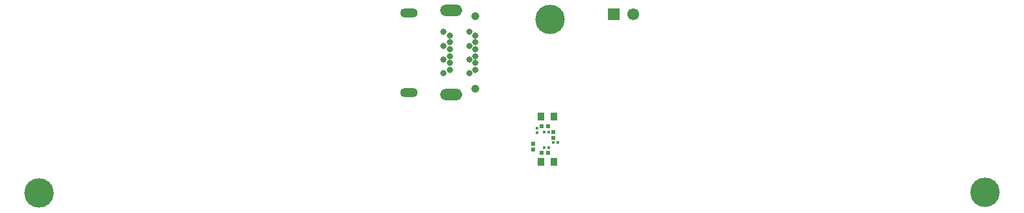
<source format=gbs>
%FSLAX44Y44*%
%MOMM*%
G71*
G01*
G75*
G04 Layer_Color=16711935*
%ADD10R,1.8000X1.1500*%
%ADD11R,3.6000X1.2000*%
%ADD12R,0.9000X0.8000*%
G04:AMPARAMS|DCode=13|XSize=0.9mm|YSize=0.8mm|CornerRadius=0mm|HoleSize=0mm|Usage=FLASHONLY|Rotation=225.000|XOffset=0mm|YOffset=0mm|HoleType=Round|Shape=Rectangle|*
%AMROTATEDRECTD13*
4,1,4,0.0354,0.6010,0.6010,0.0354,-0.0354,-0.6010,-0.6010,-0.0354,0.0354,0.6010,0.0*
%
%ADD13ROTATEDRECTD13*%

%ADD14O,0.8500X0.2500*%
%ADD15O,0.2500X0.8500*%
%ADD16R,5.1500X5.1500*%
%ADD17R,0.6200X0.6200*%
%ADD18R,0.6200X0.6200*%
%ADD19C,0.1714*%
G04:AMPARAMS|DCode=20|XSize=0.65mm|YSize=0.55mm|CornerRadius=0mm|HoleSize=0mm|Usage=FLASHONLY|Rotation=45.000|XOffset=0mm|YOffset=0mm|HoleType=Round|Shape=Rectangle|*
%AMROTATEDRECTD20*
4,1,4,-0.0354,-0.4243,-0.4243,-0.0354,0.0354,0.4243,0.4243,0.0354,-0.0354,-0.4243,0.0*
%
%ADD20ROTATEDRECTD20*%

G04:AMPARAMS|DCode=21|XSize=0.65mm|YSize=0.55mm|CornerRadius=0mm|HoleSize=0mm|Usage=FLASHONLY|Rotation=315.000|XOffset=0mm|YOffset=0mm|HoleType=Round|Shape=Rectangle|*
%AMROTATEDRECTD21*
4,1,4,-0.4243,0.0354,-0.0354,0.4243,0.4243,-0.0354,0.0354,-0.4243,-0.4243,0.0354,0.0*
%
%ADD21ROTATEDRECTD21*%

%ADD22C,1.5000*%
%ADD23R,0.6500X0.5500*%
%ADD24R,0.4600X0.4200*%
%ADD25R,0.4500X0.6500*%
%ADD26R,0.4500X0.7000*%
%ADD27R,0.6500X0.4500*%
%ADD28R,0.7000X0.4500*%
%ADD29R,0.4500X0.4500*%
%ADD30R,0.5500X0.6500*%
%ADD31R,0.3300X0.5500*%
%ADD32R,0.5500X0.3300*%
%ADD33R,0.1800X0.4700*%
%ADD34R,0.8000X0.3500*%
%ADD35R,0.3000X1.0000*%
%ADD36R,0.6000X1.0000*%
%ADD37R,0.6500X0.7500*%
G04:AMPARAMS|DCode=38|XSize=0.42mm|YSize=0.46mm|CornerRadius=0mm|HoleSize=0mm|Usage=FLASHONLY|Rotation=135.000|XOffset=0mm|YOffset=0mm|HoleType=Round|Shape=Rectangle|*
%AMROTATEDRECTD38*
4,1,4,0.3111,0.0141,-0.0141,-0.3111,-0.3111,-0.0141,0.0141,0.3111,0.3111,0.0141,0.0*
%
%ADD38ROTATEDRECTD38*%

%ADD39R,0.4200X0.4600*%
%ADD40P,0.6364X4X270.0*%
%ADD41R,0.4500X0.4500*%
%ADD42P,0.8768X4X270.0*%
%ADD43P,0.8768X4X360.0*%
%ADD44P,0.6364X4X180.0*%
%ADD45R,1.2700X2.2000*%
%ADD46R,1.0000X0.9500*%
%ADD47R,0.8000X0.3000*%
%ADD48R,1.9000X1.1000*%
%ADD49R,0.3000X1.6000*%
%ADD50R,3.7000X2.4000*%
%ADD51R,1.1500X1.4500*%
%ADD52R,0.9000X1.0000*%
G04:AMPARAMS|DCode=53|XSize=1mm|YSize=0.9mm|CornerRadius=0mm|HoleSize=0mm|Usage=FLASHONLY|Rotation=45.000|XOffset=0mm|YOffset=0mm|HoleType=Round|Shape=Rectangle|*
%AMROTATEDRECTD53*
4,1,4,-0.0354,-0.6717,-0.6717,-0.0354,0.0354,0.6717,0.6717,0.0354,-0.0354,-0.6717,0.0*
%
%ADD53ROTATEDRECTD53*%

G04:AMPARAMS|DCode=54|XSize=2.2mm|YSize=1.27mm|CornerRadius=0mm|HoleSize=0mm|Usage=FLASHONLY|Rotation=135.000|XOffset=0mm|YOffset=0mm|HoleType=Round|Shape=Rectangle|*
%AMROTATEDRECTD54*
4,1,4,1.2268,-0.3288,0.3288,-1.2268,-1.2268,0.3288,-0.3288,1.2268,1.2268,-0.3288,0.0*
%
%ADD54ROTATEDRECTD54*%

G04:AMPARAMS|DCode=55|XSize=1mm|YSize=0.9mm|CornerRadius=0mm|HoleSize=0mm|Usage=FLASHONLY|Rotation=135.000|XOffset=0mm|YOffset=0mm|HoleType=Round|Shape=Rectangle|*
%AMROTATEDRECTD55*
4,1,4,0.6717,-0.0354,0.0354,-0.6717,-0.6717,0.0354,-0.0354,0.6717,0.6717,-0.0354,0.0*
%
%ADD55ROTATEDRECTD55*%

G04:AMPARAMS|DCode=56|XSize=0.25mm|YSize=0.8mm|CornerRadius=0mm|HoleSize=0mm|Usage=FLASHONLY|Rotation=315.000|XOffset=0mm|YOffset=0mm|HoleType=Round|Shape=Round|*
%AMOVALD56*
21,1,0.5500,0.2500,0.0000,0.0000,45.0*
1,1,0.2500,-0.1945,-0.1945*
1,1,0.2500,0.1945,0.1945*
%
%ADD56OVALD56*%

G04:AMPARAMS|DCode=57|XSize=0.25mm|YSize=0.8mm|CornerRadius=0mm|HoleSize=0mm|Usage=FLASHONLY|Rotation=225.000|XOffset=0mm|YOffset=0mm|HoleType=Round|Shape=Round|*
%AMOVALD57*
21,1,0.5500,0.2500,0.0000,0.0000,315.0*
1,1,0.2500,-0.1945,0.1945*
1,1,0.2500,0.1945,-0.1945*
%
%ADD57OVALD57*%

%ADD58P,3.4648X4X270.0*%
%ADD59R,1.0000X0.9000*%
%ADD60R,0.2500X0.7000*%
%ADD61R,1.5500X0.8500*%
%ADD62R,0.2000X0.7500*%
%ADD63R,0.9600X0.8900*%
%ADD64R,1.0500X0.6500*%
%ADD65R,1.4500X1.1500*%
%ADD66R,0.7500X0.6500*%
%ADD67C,0.5000*%
%ADD68C,0.2000*%
%ADD69C,0.1270*%
%ADD70C,0.1000*%
%ADD71C,0.3000*%
%ADD72C,0.4000*%
%ADD73C,0.0762*%
%ADD74C,1.2000*%
%ADD75C,1.0000*%
%ADD76C,0.7500*%
%ADD77C,0.2500*%
%ADD78C,0.1250*%
%ADD79C,0.1524*%
%ADD80C,0.1800*%
%ADD81C,0.1500*%
%ADD82C,0.1520*%
%ADD83C,0.1750*%
%ADD84R,1.6000X0.8000*%
%ADD85R,1.3250X1.0500*%
%ADD86R,0.7976X0.7976*%
%ADD87R,0.8000X0.3000*%
%ADD88C,3.8000*%
%ADD89O,2.2500X1.2000*%
%ADD90O,2.8500X1.4500*%
%ADD91C,0.7500*%
%ADD92C,1.0000*%
%ADD93R,1.5000X1.5000*%
%ADD94C,0.3000*%
%ADD95C,0.2500*%
%ADD96C,0.6000*%
%ADD97O,2.0400X1.0000*%
%ADD98O,2.6500X1.2000*%
%ADD99C,0.8500*%
%ADD100C,1.3000*%
%ADD101C,1.2000*%
%ADD102C,0.4500*%
%ADD103C,0.4000*%
%ADD104R,0.8900X0.9600*%
%ADD105R,0.3600X0.3200*%
%ADD106R,0.3200X0.3600*%
%ADD107R,0.5200X0.5200*%
%ADD108R,0.5200X0.5200*%
%ADD109R,0.6250X0.6000*%
%ADD110R,1.8508X1.2008*%
%ADD111R,3.6508X1.2508*%
%ADD112R,0.9508X0.8508*%
G04:AMPARAMS|DCode=113|XSize=0.9508mm|YSize=0.8508mm|CornerRadius=0mm|HoleSize=0mm|Usage=FLASHONLY|Rotation=225.000|XOffset=0mm|YOffset=0mm|HoleType=Round|Shape=Rectangle|*
%AMROTATEDRECTD113*
4,1,4,0.0354,0.6370,0.6370,0.0354,-0.0354,-0.6370,-0.6370,-0.0354,0.0354,0.6370,0.0*
%
%ADD113ROTATEDRECTD113*%

%ADD114O,0.9008X0.3008*%
%ADD115O,0.3008X0.9008*%
%ADD116R,5.2008X5.2008*%
%ADD117R,0.6708X0.6708*%
%ADD118R,0.6708X0.6708*%
%ADD119C,0.2222*%
G04:AMPARAMS|DCode=120|XSize=0.7008mm|YSize=0.6008mm|CornerRadius=0mm|HoleSize=0mm|Usage=FLASHONLY|Rotation=45.000|XOffset=0mm|YOffset=0mm|HoleType=Round|Shape=Rectangle|*
%AMROTATEDRECTD120*
4,1,4,-0.0354,-0.4602,-0.4602,-0.0354,0.0354,0.4602,0.4602,0.0354,-0.0354,-0.4602,0.0*
%
%ADD120ROTATEDRECTD120*%

G04:AMPARAMS|DCode=121|XSize=0.7008mm|YSize=0.6008mm|CornerRadius=0mm|HoleSize=0mm|Usage=FLASHONLY|Rotation=315.000|XOffset=0mm|YOffset=0mm|HoleType=Round|Shape=Rectangle|*
%AMROTATEDRECTD121*
4,1,4,-0.4602,0.0354,-0.0354,0.4602,0.4602,-0.0354,0.0354,-0.4602,-0.4602,0.0354,0.0*
%
%ADD121ROTATEDRECTD121*%

%ADD122C,1.5508*%
%ADD123R,0.7008X0.6008*%
%ADD124R,0.5108X0.4708*%
%ADD125R,0.5008X0.7008*%
%ADD126R,0.5008X0.7508*%
%ADD127R,0.7008X0.5008*%
%ADD128R,0.7508X0.5008*%
%ADD129R,0.5008X0.5008*%
%ADD130R,0.6008X0.7008*%
%ADD131R,0.3808X0.6008*%
%ADD132R,0.6008X0.3808*%
%ADD133R,0.2308X0.5208*%
%ADD134R,0.8508X0.4008*%
%ADD135R,0.3508X1.0508*%
%ADD136R,0.6508X1.0508*%
%ADD137R,0.7008X0.8008*%
G04:AMPARAMS|DCode=138|XSize=0.4708mm|YSize=0.5108mm|CornerRadius=0mm|HoleSize=0mm|Usage=FLASHONLY|Rotation=135.000|XOffset=0mm|YOffset=0mm|HoleType=Round|Shape=Rectangle|*
%AMROTATEDRECTD138*
4,1,4,0.3471,0.0141,-0.0141,-0.3471,-0.3471,-0.0141,0.0141,0.3471,0.3471,0.0141,0.0*
%
%ADD138ROTATEDRECTD138*%

%ADD139R,0.4708X0.5108*%
%ADD140P,0.7082X4X270.0*%
%ADD141R,0.5008X0.5008*%
%ADD142P,0.9486X4X270.0*%
%ADD143P,0.9486X4X360.0*%
%ADD144P,0.7082X4X180.0*%
%ADD145R,1.3208X2.2508*%
%ADD146R,1.0508X1.0008*%
%ADD147R,0.8508X0.3508*%
%ADD148R,1.9508X1.1508*%
%ADD149R,0.3508X1.6508*%
%ADD150R,3.7508X2.4508*%
%ADD151R,1.2008X1.5008*%
%ADD152R,0.9508X1.0508*%
G04:AMPARAMS|DCode=153|XSize=1.0508mm|YSize=0.9508mm|CornerRadius=0mm|HoleSize=0mm|Usage=FLASHONLY|Rotation=45.000|XOffset=0mm|YOffset=0mm|HoleType=Round|Shape=Rectangle|*
%AMROTATEDRECTD153*
4,1,4,-0.0354,-0.7077,-0.7077,-0.0354,0.0354,0.7077,0.7077,0.0354,-0.0354,-0.7077,0.0*
%
%ADD153ROTATEDRECTD153*%

G04:AMPARAMS|DCode=154|XSize=2.2508mm|YSize=1.3208mm|CornerRadius=0mm|HoleSize=0mm|Usage=FLASHONLY|Rotation=135.000|XOffset=0mm|YOffset=0mm|HoleType=Round|Shape=Rectangle|*
%AMROTATEDRECTD154*
4,1,4,1.2628,-0.3288,0.3288,-1.2628,-1.2628,0.3288,-0.3288,1.2628,1.2628,-0.3288,0.0*
%
%ADD154ROTATEDRECTD154*%

G04:AMPARAMS|DCode=155|XSize=1.0508mm|YSize=0.9508mm|CornerRadius=0mm|HoleSize=0mm|Usage=FLASHONLY|Rotation=135.000|XOffset=0mm|YOffset=0mm|HoleType=Round|Shape=Rectangle|*
%AMROTATEDRECTD155*
4,1,4,0.7077,-0.0354,0.0354,-0.7077,-0.7077,0.0354,-0.0354,0.7077,0.7077,-0.0354,0.0*
%
%ADD155ROTATEDRECTD155*%

G04:AMPARAMS|DCode=156|XSize=0.3008mm|YSize=0.8508mm|CornerRadius=0mm|HoleSize=0mm|Usage=FLASHONLY|Rotation=315.000|XOffset=0mm|YOffset=0mm|HoleType=Round|Shape=Round|*
%AMOVALD156*
21,1,0.5500,0.3008,0.0000,0.0000,45.0*
1,1,0.3008,-0.1945,-0.1945*
1,1,0.3008,0.1945,0.1945*
%
%ADD156OVALD156*%

G04:AMPARAMS|DCode=157|XSize=0.3008mm|YSize=0.8508mm|CornerRadius=0mm|HoleSize=0mm|Usage=FLASHONLY|Rotation=225.000|XOffset=0mm|YOffset=0mm|HoleType=Round|Shape=Round|*
%AMOVALD157*
21,1,0.5500,0.3008,0.0000,0.0000,315.0*
1,1,0.3008,-0.1945,0.1945*
1,1,0.3008,0.1945,-0.1945*
%
%ADD157OVALD157*%

%ADD158P,3.5367X4X270.0*%
%ADD159R,1.0508X0.9508*%
%ADD160R,0.3008X0.7508*%
%ADD161R,1.6008X0.9008*%
%ADD162R,1.0108X0.9408*%
%ADD163R,1.1008X0.7008*%
%ADD164R,1.5008X1.2008*%
%ADD165R,0.8008X0.7008*%
%ADD166C,3.8508*%
%ADD167O,2.3008X1.2508*%
%ADD168O,2.9008X1.5008*%
%ADD169C,0.8008*%
%ADD170C,1.0508*%
%ADD171R,1.5508X1.5508*%
%ADD172R,0.9408X1.0108*%
%ADD173R,0.4108X0.3708*%
%ADD174R,0.3708X0.4108*%
%ADD175R,0.5708X0.5708*%
%ADD176R,0.5708X0.5708*%
D122*
X795300Y256000D02*
D03*
D166*
X1254000Y23000D02*
D03*
X22000Y22000D02*
D03*
X687000Y249000D02*
D03*
D167*
X503651Y154000D02*
D03*
Y257900D02*
D03*
D168*
X558651Y151000D02*
D03*
Y260900D02*
D03*
D169*
X590150Y219400D02*
D03*
Y228400D02*
D03*
X582150Y232900D02*
D03*
Y214900D02*
D03*
Y196900D02*
D03*
Y178900D02*
D03*
X548651D02*
D03*
Y196900D02*
D03*
Y232900D02*
D03*
Y214900D02*
D03*
X556651Y228400D02*
D03*
Y219400D02*
D03*
Y210400D02*
D03*
Y201400D02*
D03*
Y192400D02*
D03*
Y183400D02*
D03*
X590150Y210400D02*
D03*
Y201400D02*
D03*
Y192400D02*
D03*
Y183400D02*
D03*
D170*
Y253400D02*
D03*
Y158500D02*
D03*
D171*
X769900Y256000D02*
D03*
D172*
X692150Y122000D02*
D03*
X675050D02*
D03*
Y63000D02*
D03*
X692150D02*
D03*
D173*
X691800Y88000D02*
D03*
X697400D02*
D03*
X685400Y82000D02*
D03*
X679800D02*
D03*
X685400Y102000D02*
D03*
X679800D02*
D03*
D174*
X670100Y106800D02*
D03*
X670100Y101200D02*
D03*
D175*
X665600Y79000D02*
D03*
Y87000D02*
D03*
X691600Y102000D02*
D03*
Y94000D02*
D03*
D176*
X676600Y109500D02*
D03*
X684600D02*
D03*
X676600Y74500D02*
D03*
X684600D02*
D03*
M02*

</source>
